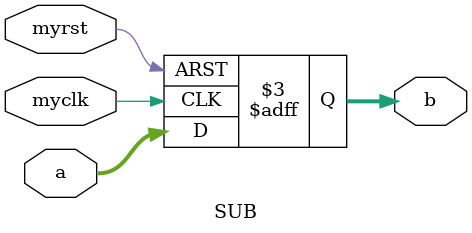
<source format=v>

`timescale 1ns/1ps

module Top5 (
  input               myclk,
  input               myrst
);

  wire       [7:0]    u_sub0_a;
  wire       [7:0]    u_sub0_b;

  SUB u_sub0 (
    .a     (u_sub0_a[7:0]), //i
    .b     (u_sub0_b[7:0]), //o
    .myclk (myclk        ), //i
    .myrst (myrst        )  //i
  );

endmodule

module SUB (
  input      [7:0]    a,
  output reg [7:0]    b,
  input               myclk,
  input               myrst
);


  always @(posedge myclk or negedge myrst) begin
    if(!myrst) begin
      b <= 8'h0;
    end else begin
      b <= a;
    end
  end


endmodule

</source>
